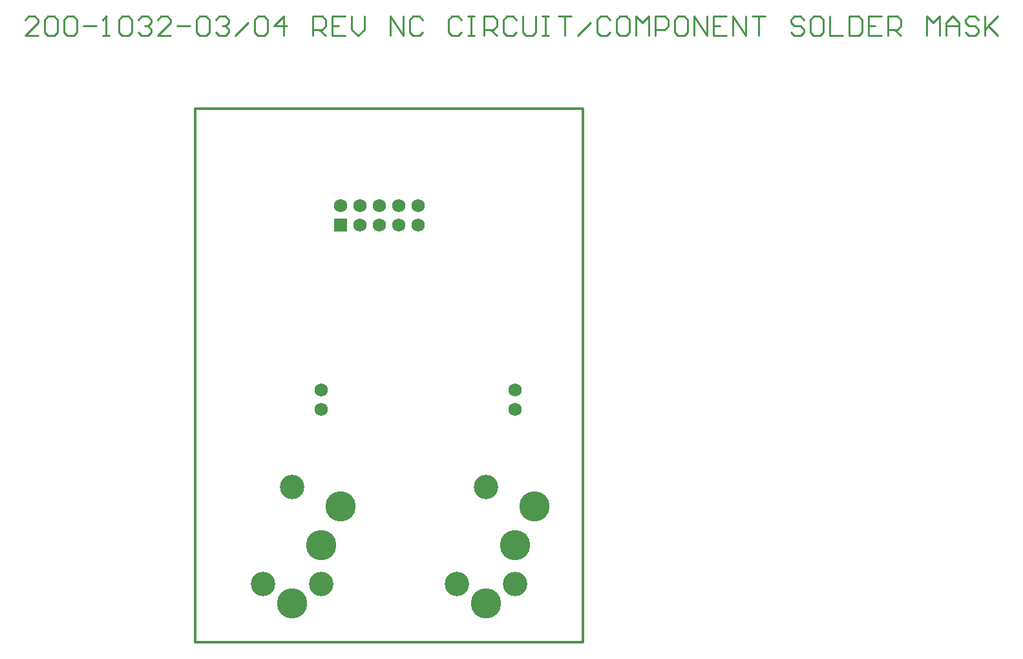
<source format=gbs>
*%FSLAX23Y23*%
*%MOIN*%
G01*
%ADD11C,0.006*%
%ADD12C,0.007*%
%ADD13C,0.010*%
%ADD14C,0.012*%
%ADD15C,0.036*%
%ADD16C,0.050*%
%ADD17C,0.056*%
%ADD18C,0.060*%
%ADD19C,0.062*%
%ADD20C,0.068*%
%ADD21C,0.080*%
%ADD22C,0.095*%
%ADD23C,0.115*%
%ADD24C,0.120*%
%ADD25C,0.126*%
%ADD26C,0.150*%
%ADD27C,0.156*%
%ADD28R,0.062X0.062*%
%ADD29R,0.068X0.068*%
D13*
X7492Y9554D02*
X7559D01*
X7492D02*
X7559Y9621D01*
Y9637D01*
X7542Y9654D01*
X7509D01*
X7492Y9637D01*
X7592D02*
X7609Y9654D01*
X7642D01*
X7659Y9637D01*
Y9571D01*
X7642Y9554D01*
X7609D01*
X7592Y9571D01*
Y9637D01*
X7692D02*
X7709Y9654D01*
X7742D01*
X7759Y9637D01*
Y9571D01*
X7742Y9554D01*
X7709D01*
X7692Y9571D01*
Y9637D01*
X7792Y9604D02*
X7859D01*
X7892Y9554D02*
X7925D01*
X7909D01*
Y9654D01*
X7910D01*
X7909D02*
X7892Y9637D01*
X7975D02*
X7992Y9654D01*
X8025D01*
X8042Y9637D01*
Y9571D01*
X8025Y9554D01*
X7992D01*
X7975Y9571D01*
Y9637D01*
X8075D02*
X8092Y9654D01*
X8125D01*
X8142Y9637D01*
Y9621D01*
X8143D01*
X8142D02*
X8143D01*
X8142D02*
X8143D01*
X8142D02*
X8125Y9604D01*
X8108D01*
X8125D01*
X8142Y9587D01*
Y9571D01*
X8125Y9554D01*
X8092D01*
X8075Y9571D01*
X8175Y9554D02*
X8242D01*
X8175D02*
X8242Y9621D01*
Y9637D01*
X8225Y9654D01*
X8192D01*
X8175Y9637D01*
X8275Y9604D02*
X8342D01*
X8375Y9637D02*
X8392Y9654D01*
X8425D01*
X8442Y9637D01*
Y9571D01*
X8425Y9554D01*
X8392D01*
X8375Y9571D01*
Y9637D01*
X8475D02*
X8492Y9654D01*
X8525D01*
X8542Y9637D01*
Y9621D01*
X8543D01*
X8542D02*
X8543D01*
X8542D02*
X8543D01*
X8542D02*
X8525Y9604D01*
X8508D01*
X8525D01*
X8542Y9587D01*
Y9571D01*
X8525Y9554D01*
X8492D01*
X8475Y9571D01*
X8575Y9554D02*
X8642Y9621D01*
X8675Y9637D02*
X8692Y9654D01*
X8725D01*
X8742Y9637D01*
Y9571D01*
X8725Y9554D01*
X8692D01*
X8675Y9571D01*
Y9637D01*
X8825Y9654D02*
Y9554D01*
X8775Y9604D02*
X8825Y9654D01*
X8842Y9604D02*
X8775D01*
X8975Y9554D02*
Y9654D01*
X9025D01*
X9041Y9637D01*
Y9604D01*
X9025Y9587D01*
X8975D01*
X9008D02*
X9041Y9554D01*
X9075Y9654D02*
X9141D01*
X9075D02*
Y9554D01*
X9141D01*
X9108Y9604D02*
X9075D01*
X9175Y9587D02*
Y9654D01*
Y9587D02*
X9208Y9554D01*
X9241Y9587D01*
Y9654D01*
X9375D02*
Y9554D01*
X9441D02*
X9375Y9654D01*
X9441D02*
Y9554D01*
X9541Y9637D02*
X9525Y9654D01*
X9491D01*
X9475Y9637D01*
Y9571D01*
X9491Y9554D01*
X9525D01*
X9541Y9571D01*
X9725Y9654D02*
X9741Y9637D01*
X9725Y9654D02*
X9691D01*
X9675Y9637D01*
Y9571D01*
X9691Y9554D01*
X9725D01*
X9741Y9571D01*
X9775Y9654D02*
X9808D01*
X9791D01*
Y9554D01*
X9775D01*
X9808D01*
X9858D02*
Y9654D01*
X9908D01*
X9925Y9637D01*
Y9604D01*
X9908Y9587D01*
X9858D01*
X9891D02*
X9925Y9554D01*
X10025Y9637D02*
X10008Y9654D01*
X9975D01*
X9958Y9637D01*
Y9571D01*
X9975Y9554D01*
X10008D01*
X10025Y9571D01*
X10058D02*
Y9654D01*
Y9571D02*
X10074Y9554D01*
X10108D01*
X10124Y9571D01*
Y9654D01*
X10158D02*
X10191D01*
X10174D01*
Y9554D01*
X10158D01*
X10191D01*
X10241Y9654D02*
X10308D01*
X10274D01*
Y9554D01*
X10341D02*
X10408Y9621D01*
X10491Y9654D02*
X10508Y9637D01*
X10491Y9654D02*
X10458D01*
X10441Y9637D01*
Y9571D01*
X10458Y9554D01*
X10491D01*
X10508Y9571D01*
X10558Y9654D02*
X10591D01*
X10558D02*
X10541Y9637D01*
Y9571D01*
X10558Y9554D01*
X10591D01*
X10608Y9571D01*
Y9637D01*
X10591Y9654D01*
X10641D02*
Y9554D01*
X10674Y9621D02*
X10641Y9654D01*
X10674Y9621D02*
X10708Y9654D01*
Y9554D01*
X10741D02*
Y9654D01*
X10791D01*
X10808Y9637D01*
Y9604D01*
X10791Y9587D01*
X10741D01*
X10858Y9654D02*
X10891D01*
X10858D02*
X10841Y9637D01*
Y9571D01*
X10858Y9554D01*
X10891D01*
X10908Y9571D01*
Y9637D01*
X10891Y9654D01*
X10941D02*
Y9554D01*
X11008D02*
X10941Y9654D01*
X11008D02*
Y9554D01*
X11041Y9654D02*
X11107D01*
X11041D02*
Y9554D01*
X11107D01*
X11074Y9604D02*
X11041D01*
X11141Y9554D02*
Y9654D01*
X11207Y9554D01*
Y9654D01*
X11241D02*
X11307D01*
X11274D01*
Y9554D01*
X11491Y9654D02*
X11507Y9637D01*
X11491Y9654D02*
X11457D01*
X11441Y9637D01*
Y9621D01*
X11457Y9604D01*
X11491D01*
X11507Y9587D01*
Y9571D01*
X11491Y9554D01*
X11457D01*
X11441Y9571D01*
X11557Y9654D02*
X11591D01*
X11557D02*
X11541Y9637D01*
Y9571D01*
X11557Y9554D01*
X11591D01*
X11607Y9571D01*
Y9637D01*
X11591Y9654D01*
X11641D02*
Y9554D01*
X11707D01*
X11741D02*
Y9654D01*
Y9554D02*
X11791D01*
X11807Y9571D01*
Y9637D01*
X11791Y9654D01*
X11741D01*
X11841D02*
X11907D01*
X11841D02*
Y9554D01*
X11907D01*
X11874Y9604D02*
X11841D01*
X11941Y9554D02*
Y9654D01*
X11991D01*
X12007Y9637D01*
Y9604D01*
X11991Y9587D01*
X11941D01*
X11974D02*
X12007Y9554D01*
X12140D02*
Y9654D01*
X12174Y9621D01*
X12207Y9654D01*
Y9554D01*
X12240D02*
Y9621D01*
X12274Y9654D01*
X12307Y9621D01*
Y9554D01*
Y9604D01*
X12240D01*
X12390Y9654D02*
X12407Y9637D01*
X12390Y9654D02*
X12357D01*
X12340Y9637D01*
Y9621D01*
X12357Y9604D01*
X12390D01*
X12407Y9587D01*
Y9571D01*
X12390Y9554D01*
X12357D01*
X12340Y9571D01*
X12440Y9554D02*
Y9654D01*
Y9587D02*
Y9554D01*
Y9587D02*
X12507Y9654D01*
X12457Y9604D01*
X12507Y9554D01*
D14*
X10367Y9179D02*
X8367D01*
Y6429D02*
X10367D01*
X8367D02*
Y9179D01*
X10367D02*
Y6429D01*
D20*
X9017Y7729D02*
D03*
Y7629D02*
D03*
X10017Y7729D02*
D03*
Y7629D02*
D03*
X9417Y8679D02*
D03*
X9117D02*
D03*
X9217Y8579D02*
D03*
Y8679D02*
D03*
X9317Y8579D02*
D03*
Y8679D02*
D03*
X9417Y8579D02*
D03*
X9517D02*
D03*
Y8679D02*
D03*
D25*
X8867Y7229D02*
D03*
X8717Y6729D02*
D03*
X9017D02*
D03*
X9867Y7229D02*
D03*
X9717Y6729D02*
D03*
X10017D02*
D03*
D27*
X8867Y6629D02*
D03*
X9117Y7129D02*
D03*
X9017Y6929D02*
D03*
X9867Y6629D02*
D03*
X10117Y7129D02*
D03*
X10017Y6929D02*
D03*
D29*
X9117Y8579D02*
D03*
M02*

</source>
